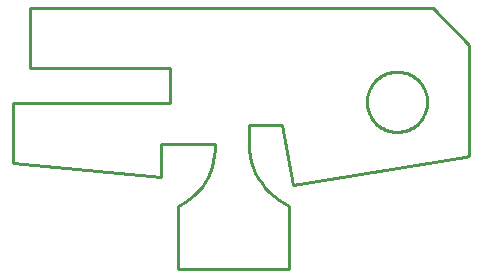
<source format=gbr>
G04 EAGLE Gerber RS-274X export*
G75*
%MOMM*%
%FSLAX34Y34*%
%LPD*%
%IN*%
%IPPOS*%
%AMOC8*
5,1,8,0,0,1.08239X$1,22.5*%
G01*
%ADD10C,0.254000*%


D10*
X-408940Y158383D02*
X-283740Y146191D01*
X-283740Y174163D01*
X-238010Y174163D01*
X-237990Y169303D01*
X-238394Y164460D01*
X-239219Y159670D01*
X-240458Y154971D01*
X-242102Y150397D01*
X-244138Y145985D01*
X-246551Y141766D01*
X-249322Y137774D01*
X-252431Y134038D01*
X-255854Y130588D01*
X-259564Y127449D01*
X-263534Y124645D01*
X-267733Y122198D01*
X-269558Y121281D01*
X-269541Y68385D01*
X-175274Y68385D01*
X-175244Y121535D01*
X-179781Y123874D01*
X-184098Y126600D01*
X-188160Y129692D01*
X-191937Y133126D01*
X-195401Y136876D01*
X-198524Y140914D01*
X-201284Y145209D01*
X-203659Y149728D01*
X-205631Y154436D01*
X-207185Y159299D01*
X-208309Y164278D01*
X-208996Y169337D01*
X-209238Y174436D01*
X-209036Y179537D01*
X-208994Y180013D01*
X-208740Y190055D01*
X-181130Y190055D01*
X-171978Y139345D01*
X-26050Y163131D01*
X-22860Y163830D01*
X-22860Y257810D01*
X-53486Y289139D01*
X-394740Y289139D01*
X-394740Y238123D01*
X-275740Y238123D01*
X-275740Y208621D01*
X-408940Y208621D01*
X-408940Y158383D01*
X-58321Y209136D02*
X-58391Y207803D01*
X-58530Y206475D01*
X-58739Y205156D01*
X-59017Y203849D01*
X-59363Y202559D01*
X-59775Y201289D01*
X-60254Y200043D01*
X-60797Y198823D01*
X-61403Y197633D01*
X-62071Y196476D01*
X-62798Y195356D01*
X-63583Y194276D01*
X-64424Y193238D01*
X-65317Y192246D01*
X-66262Y191301D01*
X-67254Y190408D01*
X-68292Y189567D01*
X-69372Y188782D01*
X-70492Y188055D01*
X-71649Y187387D01*
X-72839Y186781D01*
X-74059Y186238D01*
X-75305Y185759D01*
X-76575Y185347D01*
X-77865Y185001D01*
X-79172Y184723D01*
X-80491Y184514D01*
X-81819Y184375D01*
X-83152Y184305D01*
X-84488Y184305D01*
X-85821Y184375D01*
X-87149Y184514D01*
X-88468Y184723D01*
X-89775Y185001D01*
X-91065Y185347D01*
X-92335Y185759D01*
X-93581Y186238D01*
X-94801Y186781D01*
X-95991Y187387D01*
X-97148Y188055D01*
X-98268Y188782D01*
X-99348Y189567D01*
X-100386Y190408D01*
X-101378Y191301D01*
X-102323Y192246D01*
X-103216Y193238D01*
X-104057Y194276D01*
X-104842Y195356D01*
X-105569Y196476D01*
X-106237Y197633D01*
X-106843Y198823D01*
X-107386Y200043D01*
X-107865Y201289D01*
X-108277Y202559D01*
X-108623Y203849D01*
X-108901Y205156D01*
X-109110Y206475D01*
X-109249Y207803D01*
X-109319Y209136D01*
X-109319Y210472D01*
X-109249Y211805D01*
X-109110Y213133D01*
X-108901Y214452D01*
X-108623Y215759D01*
X-108277Y217049D01*
X-107865Y218319D01*
X-107386Y219565D01*
X-106843Y220785D01*
X-106237Y221975D01*
X-105569Y223132D01*
X-104842Y224252D01*
X-104057Y225332D01*
X-103216Y226370D01*
X-102323Y227362D01*
X-101378Y228307D01*
X-100386Y229200D01*
X-99348Y230041D01*
X-98268Y230826D01*
X-97148Y231553D01*
X-95991Y232221D01*
X-94801Y232827D01*
X-93581Y233370D01*
X-92335Y233849D01*
X-91065Y234261D01*
X-89775Y234607D01*
X-88468Y234885D01*
X-87149Y235094D01*
X-85821Y235233D01*
X-84488Y235303D01*
X-83152Y235303D01*
X-81819Y235233D01*
X-80491Y235094D01*
X-79172Y234885D01*
X-77865Y234607D01*
X-76575Y234261D01*
X-75305Y233849D01*
X-74059Y233370D01*
X-72839Y232827D01*
X-71649Y232221D01*
X-70492Y231553D01*
X-69372Y230826D01*
X-68292Y230041D01*
X-67254Y229200D01*
X-66262Y228307D01*
X-65317Y227362D01*
X-64424Y226370D01*
X-63583Y225332D01*
X-62798Y224252D01*
X-62071Y223132D01*
X-61403Y221975D01*
X-60797Y220785D01*
X-60254Y219565D01*
X-59775Y218319D01*
X-59363Y217049D01*
X-59017Y215759D01*
X-58739Y214452D01*
X-58530Y213133D01*
X-58391Y211805D01*
X-58321Y210472D01*
X-58321Y209136D01*
M02*

</source>
